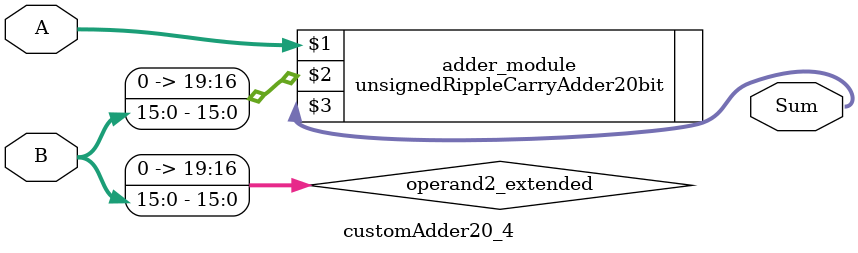
<source format=v>

module customAdder20_4(
                    input [19 : 0] A,
                    input [15 : 0] B,
                    
                    output [20 : 0] Sum
            );

    wire [19 : 0] operand2_extended;
    
    assign operand2_extended =  {4'b0, B};
    
    unsignedRippleCarryAdder20bit adder_module(
        A,
        operand2_extended,
        Sum
    );
    
endmodule
        
</source>
